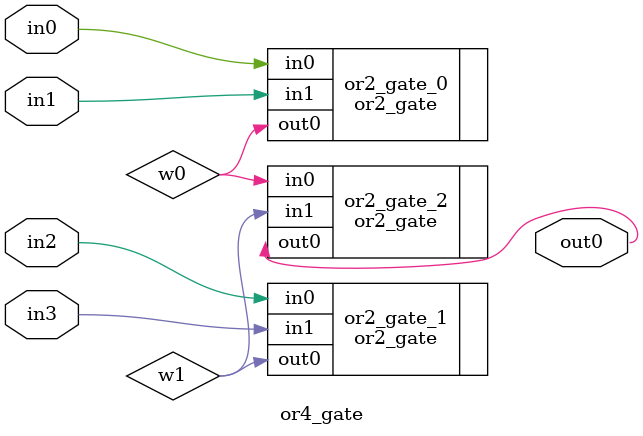
<source format=v>
`timescale 1ns / 1ps


module or4_gate(    input in0,
                    input in1,
                    input in2,
                    input in3,
                    output out0

    );
    wire w0, w1;
    or2_gate or2_gate_0(    .in0(in0),
                            .in1(in1),
                            .out0(w0)

    );
    
    or2_gate or2_gate_1(    .in0(in2),
                            .in1(in3),
                            .out0(w1)

    );
    
    or2_gate or2_gate_2(    .in0(w0),
                            .in1(w1),
                            .out0(out0)

    );
    
    
    
endmodule

</source>
